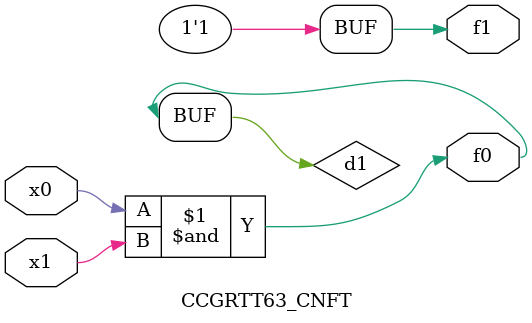
<source format=v>
module CCGRTT63_CNFT(
	input x0, x1,
	output f0, f1
);

	wire d1;

	assign f0 = d1;
	and (d1, x0, x1);
	assign f1 = 1'b1;
endmodule

</source>
